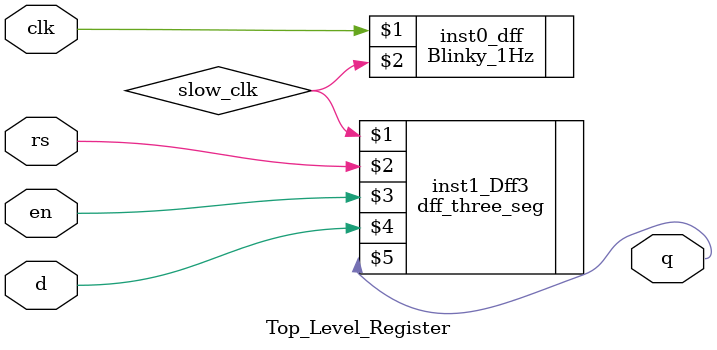
<source format=v>
`timescale 1ns / 1ps


module Top_Level_Register(clk, rs, en, d , q    );
input clk, rs, en, d ;
output q;

Blinky_1Hz      inst0_dff(clk, slow_clk    );

dff_three_seg   inst1_Dff3(slow_clk, rs, en, d , q );


endmodule

</source>
